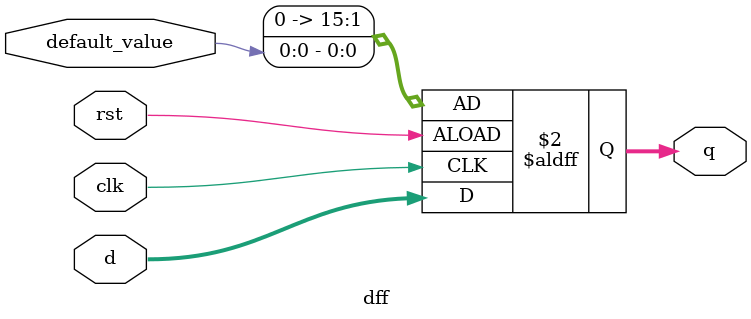
<source format=v>
`timescale 1ns / 1ps

module dff(
    input clk,
    input [15:0] d,
    input rst, 
    input default_value,
    output reg [15:0] q    
);

always @(posedge clk, posedge rst) begin
    if(rst) q <= default_value;
    else q <= d;
end

endmodule

</source>
